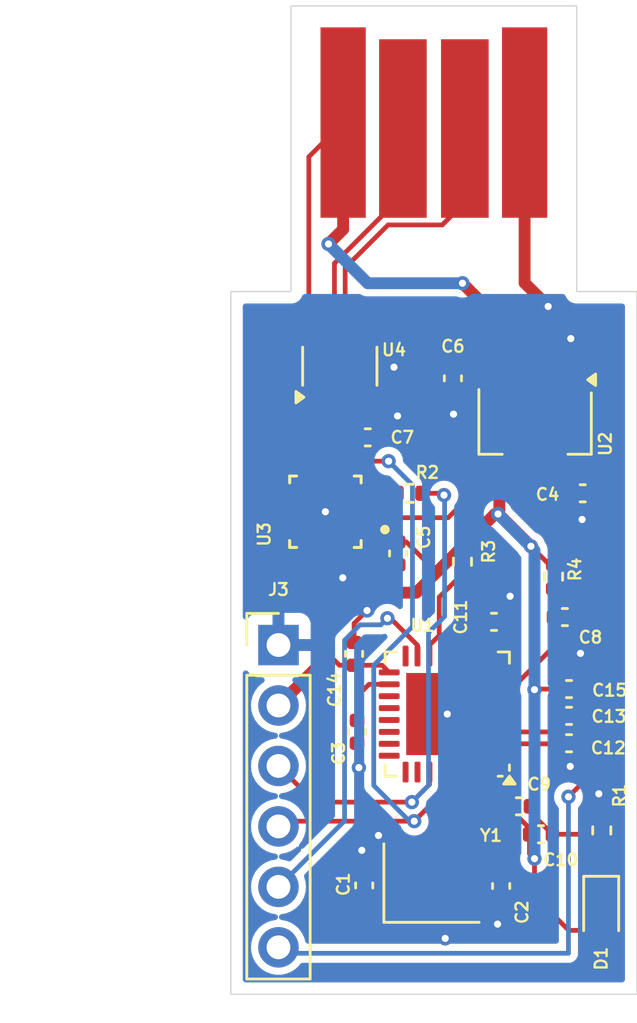
<source format=kicad_pcb>
(kicad_pcb (version 20240108) (generator "pcbnew") (generator_version "8.0")
  (layers (0 "F.Cu" signal) (31 "B.Cu" signal) (34 "B.Paste" user) (35 "F.Paste" user) (36 "B.SilkS" user "B.Silkscreen") (37 "F.SilkS" user "F.Silkscreen") (38 "B.Mask" user) (39 "F.Mask" user) (44 "Edge.Cuts" user))
  (net 0 "")
  (net 1 "GND")
  (net 2 "Net-(U1-XTAL_N)")
  (net 3 "Net-(U1-XTAL_P)")
  (net 4 "Net-(U1-VDD_SPI{slash}GPIO11)")
  (net 5 "VBUS")
  (net 6 "VDD3P3")
  (net 7 "Net-(U3-V3)")
  (net 8 "RESET")
  (net 9 "Net-(D1-K)")
  (net 10 "RXD")
  (net 11 "BOOT")
  (net 12 "TXD")
  (net 13 "Net-(U1-GPIO8)")
  (net 39 "/EMI_D+")
  (net 40 "/EMI_D-")
  (net 41 "/D+")
  (net 42 "/D-")
  (net 43 "TXD_uC")
  (footprint "Capacitor_SMD:C_0402_1005Metric" (layer "F.Cu") (at 108.325 66.975 -90)
    (property "Reference" "C2" (at 1.1 -0.875 90) (layer "F.SilkS") (effects (font (size 0.5 0.5) (thickness 0.1))))
    (property "Value" "20pF")
    (fp_line (start -0.107836 0.36) (end 0.107836 0.36) (stroke (width 0.12)) (layer "F.SilkS"))
    (fp_line (start -0.107836 -0.36) (end 0.107836 -0.36) (stroke (width 0.12)) (layer "F.SilkS"))
    (pad "1" smd roundrect (at -0.48 0 270) (size 0.56 0.62) (layers "F.Cu" "F.Paste" "F.Mask") (net 3 "Net-(U1-XTAL_P)"))
    (pad "2" smd roundrect (at 0.48 0 270) (size 0.56 0.62) (layers "F.Cu" "F.Paste" "F.Mask") (net 1 "GND"))
  )
  (footprint "Package_TO_SOT_SMD:SOT-89-3" (layer "F.Cu") (at 109.75 47.475 -90)
    (property "Reference" "U2" (at 0.925 -2.95 90) (layer "F.SilkS") (effects (font (size 0.5 0.5) (thickness 0.1))))
    (property "Value" "HT75xx-1-SOT89")
    (fp_line (start 1.36 2.36) (end -1.36 2.36) (stroke (width 0.12)) (layer "F.SilkS"))
    (fp_line (start 1.36 1.38) (end 1.36 2.36) (stroke (width 0.12)) (layer "F.SilkS"))
    (fp_line (start 1.36 -1.38) (end 1.36 -2.36) (stroke (width 0.12)) (layer "F.SilkS"))
    (fp_line (start -1.22 -2.36) (end 1.36 -2.36) (stroke (width 0.12)) (layer "F.SilkS"))
    (fp_poly (pts (xy -1.77 -2.21) (xy -2.01 -2.54) (xy -1.53 -2.54) (xy -1.77 -2.21)) (stroke (width 0.12)) (fill solid) (layer "F.SilkS"))
    (pad "1" smd roundrect (at -1.95 -1.5 270) (size 1.3 0.9) (layers "F.Cu" "F.Paste" "F.Mask") (net 1 "GND"))
    (pad "2" smd custom (at -1.8625 0 270) (size 1.475 0.9) (layers "F.Cu" "F.Paste" "F.Mask") (net 5 "VBUS") (options (clearance outline) (anchor rect)) (primitives (gr_poly (pts (xy 3.8625 0.8665) (xy 0.7375 0.8665) (xy 0.7375 -0.8665) (xy 3.8625 -0.8665)) (width 0) (fill yes))))
    (pad "3" smd roundrect (at -1.95 1.5 270) (size 1.3 0.9) (layers "F.Cu" "F.Paste" "F.Mask") (net 6 "VDD3P3"))
  )
  (footprint "Resistor_SMD:R_0402_1005Metric" (layer "F.Cu") (at 110.525 53.975 -90)
    (property "Reference" "R4" (at -0.3 -0.9 90) (layer "F.SilkS") (effects (font (size 0.5 0.5) (thickness 0.1))))
    (property "Value" "10k")
    (fp_line (start -0.153641 0.38) (end 0.153641 0.38) (stroke (width 0.12)) (layer "F.SilkS"))
    (fp_line (start -0.153641 -0.38) (end 0.153641 -0.38) (stroke (width 0.12)) (layer "F.SilkS"))
    (pad "1" smd roundrect (at -0.51 0 270) (size 0.54 0.64) (layers "F.Cu" "F.Paste" "F.Mask") (net 6 "VDD3P3"))
    (pad "2" smd roundrect (at 0.51 0 270) (size 0.54 0.64) (layers "F.Cu" "F.Paste" "F.Mask") (net 8 "RESET"))
  )
  (footprint "Connector_PinHeader_2.54mm:PinHeader_1x06_P2.54mm_Vertical" (layer "F.Cu") (at 98.975 56.85)
    (property "Reference" "J3" (at 0 -2.33 0) (layer "F.SilkS") (effects (font (size 0.5 0.5) (thickness 0.1))))
    (property "Value" "Conn_01x06_Socket")
    (fp_line (start -1.33 -1.33) (end 0 -1.33) (stroke (width 0.12)) (layer "F.SilkS"))
    (fp_line (start -1.33 0) (end -1.33 -1.33) (stroke (width 0.12)) (layer "F.SilkS"))
    (fp_line (start -1.33 1.27) (end -1.33 14.03) (stroke (width 0.12)) (layer "F.SilkS"))
    (fp_line (start -1.33 1.27) (end 1.33 1.27) (stroke (width 0.12)) (layer "F.SilkS"))
    (fp_line (start -1.33 14.03) (end 1.33 14.03) (stroke (width 0.12)) (layer "F.SilkS"))
    (fp_line (start 1.33 1.27) (end 1.33 14.03) (stroke (width 0.12)) (layer "F.SilkS"))
    (pad "1" thru_hole rect (at 0 0) (size 1.7 1.7) (drill 1) (layers "*.Cu" "*.Mask") (net 1 "GND"))
    (pad "2" thru_hole oval (at 0 2.54) (size 1.7 1.7) (drill 1) (layers "*.Cu" "*.Mask") (net 6 "VDD3P3"))
    (pad "3" thru_hole oval (at 0 5.08) (size 1.7 1.7) (drill 1) (layers "*.Cu" "*.Mask") (net 43 "TXD_uC"))
    (pad "4" thru_hole oval (at 0 7.62) (size 1.7 1.7) (drill 1) (layers "*.Cu" "*.Mask") (net 10 "RXD"))
    (pad "5" thru_hole oval (at 0 10.16) (size 1.7 1.7) (drill 1) (layers "*.Cu" "*.Mask") (net 11 "BOOT"))
    (pad "6" thru_hole oval (at 0 12.7) (size 1.7 1.7) (drill 1) (layers "*.Cu" "*.Mask") (net 8 "RESET"))
  )
  (footprint "Capacitor_SMD:C_0402_1005Metric" (layer "F.Cu") (at 111.175 58.7)
    (property "Reference" "C15" (at 1.7 0.05 0) (layer "F.SilkS") (effects (font (size 0.5 0.5) (thickness 0.1) (bold yes))))
    (property "Value" "10uF")
    (fp_line (start -0.107836 -0.36) (end 0.107836 -0.36) (stroke (width 0.12)) (layer "F.SilkS"))
    (fp_line (start -0.107836 0.36) (end 0.107836 0.36) (stroke (width 0.12)) (layer "F.SilkS"))
    (pad "1" smd roundrect (at -0.48 0) (size 0.56 0.62) (layers "F.Cu" "F.Paste" "F.Mask") (net 6 "VDD3P3"))
    (pad "2" smd roundrect (at 0.48 0) (size 0.56 0.62) (layers "F.Cu" "F.Paste" "F.Mask") (net 1 "GND"))
  )
  (footprint "Package_TO_SOT_SMD:SOT-23-6" (layer "F.Cu") (at 101.55 45.1375 90)
    (property "Reference" "U4" (at 0.6875 2.275 180) (layer "F.SilkS") (effects (font (size 0.5 0.5) (thickness 0.1))))
    (property "Value" "USBLC6-2SC6")
    (fp_line (start 0 -1.56) (end 0.8 -1.56) (stroke (width 0.12)) (layer "F.SilkS"))
    (fp_line (start 0 -1.56) (end -0.8 -1.56) (stroke (width 0.12)) (layer "F.SilkS"))
    (fp_line (start 0 1.56) (end 0.8 1.56) (stroke (width 0.12)) (layer "F.SilkS"))
    (fp_line (start 0 1.56) (end -0.8 1.56) (stroke (width 0.12)) (layer "F.SilkS"))
    (fp_poly (pts (xy -1.3 -1.51) (xy -1.54 -1.84) (xy -1.06 -1.84) (xy -1.3 -1.51)) (stroke (width 0.12)) (fill solid) (layer "F.SilkS"))
    (pad "1" smd roundrect (at -1.1375 -0.95 90) (size 1.325 0.6) (layers "F.Cu" "F.Paste" "F.Mask") (net 40 "/EMI_D-"))
    (pad "2" smd roundrect (at -1.1375 0 90) (size 1.325 0.6) (layers "F.Cu" "F.Paste" "F.Mask") (net 1 "GND"))
    (pad "3" smd roundrect (at -1.1375 0.95 90) (size 1.325 0.6) (layers "F.Cu" "F.Paste" "F.Mask") (net 39 "/EMI_D+"))
    (pad "4" smd roundrect (at 1.1375 0.95 90) (size 1.325 0.6) (layers "F.Cu" "F.Paste" "F.Mask") (net 41 "/D+"))
    (pad "5" smd roundrect (at 1.1375 0 90) (size 1.325 0.6) (layers "F.Cu" "F.Paste" "F.Mask") (net 5 "VBUS"))
    (pad "6" smd roundrect (at 1.1375 -0.95 90) (size 1.325 0.6) (layers "F.Cu" "F.Paste" "F.Mask") (net 42 "/D-"))
  )
  (footprint "Capacitor_SMD:C_0402_1005Metric" (layer "F.Cu") (at 111.75 50.475)
    (property "Reference" "C4" (at -1.475 0.05 0) (layer "F.SilkS") (effects (font (size 0.5 0.5) (thickness 0.1))))
    (property "Value" "22uF")
    (fp_line (start -0.107836 -0.36) (end 0.107836 -0.36) (stroke (width 0.12)) (layer "F.SilkS"))
    (fp_line (start -0.107836 0.36) (end 0.107836 0.36) (stroke (width 0.12)) (layer "F.SilkS"))
    (pad "1" smd roundrect (at -0.48 0) (size 0.56 0.62) (layers "F.Cu" "F.Paste" "F.Mask") (net 5 "VBUS"))
    (pad "2" smd roundrect (at 0.48 0) (size 0.56 0.62) (layers "F.Cu" "F.Paste" "F.Mask") (net 1 "GND"))
  )
  (footprint "Capacitor_SMD:C_0402_1005Metric" (layer "F.Cu") (at 102.15 57.22 90)
    (property "Reference" "C14" (at -1.505 -0.825 90) (layer "F.SilkS") (effects (font (size 0.5 0.5) (thickness 0.1))))
    (property "Value" "1uF")
    (fp_line (start -0.107836 -0.36) (end 0.107836 -0.36) (stroke (width 0.12)) (layer "F.SilkS"))
    (fp_line (start -0.107836 0.36) (end 0.107836 0.36) (stroke (width 0.12)) (layer "F.SilkS"))
    (pad "1" smd roundrect (at -0.48 0 90) (size 0.56 0.62) (layers "F.Cu" "F.Paste" "F.Mask") (net 6 "VDD3P3"))
    (pad "2" smd roundrect (at 0.48 0 90) (size 0.56 0.62) (layers "F.Cu" "F.Paste" "F.Mask") (net 1 "GND"))
  )
  (footprint "Capacitor_SMD:C_0402_1005Metric" (layer "F.Cu") (at 111 55.675)
    (property "Reference" "C8" (at 1.075 0.85 0) (layer "F.SilkS") (effects (font (size 0.5 0.5) (thickness 0.1))))
    (property "Value" "1uF")
    (fp_line (start -0.107836 -0.36) (end 0.107836 -0.36) (stroke (width 0.12)) (layer "F.SilkS"))
    (fp_line (start -0.107836 0.36) (end 0.107836 0.36) (stroke (width 0.12)) (layer "F.SilkS"))
    (pad "1" smd roundrect (at -0.48 0) (size 0.56 0.62) (layers "F.Cu" "F.Paste" "F.Mask") (net 8 "RESET"))
    (pad "2" smd roundrect (at 0.48 0) (size 0.56 0.62) (layers "F.Cu" "F.Paste" "F.Mask") (net 1 "GND"))
  )
  (footprint "Capacitor_SMD:C_0402_1005Metric" (layer "F.Cu") (at 104 53 -90)
    (property "Reference" "C5" (at -0.675 -1.075 90) (layer "F.SilkS") (effects (font (size 0.5 0.5) (thickness 0.1))))
    (property "Value" "1uF")
    (fp_line (start -0.107836 0.36) (end 0.107836 0.36) (stroke (width 0.12)) (layer "F.SilkS"))
    (fp_line (start -0.107836 -0.36) (end 0.107836 -0.36) (stroke (width 0.12)) (layer "F.SilkS"))
    (pad "1" smd roundrect (at -0.48 0 270) (size 0.56 0.62) (layers "F.Cu" "F.Paste" "F.Mask") (net 6 "VDD3P3"))
    (pad "2" smd roundrect (at 0.48 0 270) (size 0.56 0.62) (layers "F.Cu" "F.Paste" "F.Mask") (net 1 "GND"))
  )
  (footprint "Crystal:Crystal_SMD_3225-4Pin_3.2x2.5mm" (layer "F.Cu") (at 105.4 66.85)
    (property "Reference" "Y1" (at 2.5 -2 0) (layer "F.SilkS") (effects (font (size 0.5 0.5) (thickness 0.1))))
    (property "Value" "Crystal_GND24")
    (fp_line (start -2 -1.65) (end -2 1.65) (stroke (width 0.12)) (layer "F.SilkS"))
    (fp_line (start -2 1.65) (end 2 1.65) (stroke (width 0.12)) (layer "F.SilkS"))
    (pad "1" smd rect (at -1.1 0.85) (size 1.4 1.2) (layers "F.Cu" "F.Paste" "F.Mask") (net 2 "Net-(U1-XTAL_N)"))
    (pad "2" smd rect (at 1.1 0.85) (size 1.4 1.2) (layers "F.Cu" "F.Paste" "F.Mask") (net 1 "GND"))
    (pad "3" smd rect (at 1.1 -0.85) (size 1.4 1.2) (layers "F.Cu" "F.Paste" "F.Mask") (net 3 "Net-(U1-XTAL_P)"))
    (pad "4" smd rect (at -1.1 -0.85) (size 1.4 1.2) (layers "F.Cu" "F.Paste" "F.Mask") (net 1 "GND"))
  )
  (footprint "Capacitor_SMD:C_0402_1005Metric" (layer "F.Cu") (at 109.07 63.625)
    (property "Reference" "C9" (at 0.855 -0.925 0) (layer "F.SilkS") (effects (font (size 0.5 0.5) (thickness 0.1))))
    (property "Value" "10nF")
    (fp_line (start -0.107836 -0.36) (end 0.107836 -0.36) (stroke (width 0.12)) (layer "F.SilkS"))
    (fp_line (start -0.107836 0.36) (end 0.107836 0.36) (stroke (width 0.12)) (layer "F.SilkS"))
    (pad "1" smd roundrect (at -0.48 0) (size 0.56 0.62) (layers "F.Cu" "F.Paste" "F.Mask") (net 6 "VDD3P3"))
    (pad "2" smd roundrect (at 0.48 0) (size 0.56 0.62) (layers "F.Cu" "F.Paste" "F.Mask") (net 1 "GND"))
  )
  (footprint "Misc:CH343P" (layer "F.Cu") (at 100.945 51.25 180)
    (property "Reference" "U3" (at 2.57 -0.95 -90) (layer "F.SilkS") (effects (font (size 0.5 0.5) (thickness 0.1))))
    (property "Value" "CH343P")
    (fp_line (start 1.5 1.5) (end 1.5 1.21) (stroke (width 0.127)) (layer "F.SilkS"))
    (fp_line (start 1.5 1.5) (end 1.21 1.5) (stroke (width 0.127)) (layer "F.SilkS"))
    (fp_line (start 1.5 -1.5) (end 1.5 -1.21) (stroke (width 0.127)) (layer "F.SilkS"))
    (fp_line (start 1.5 -1.5) (end 1.21 -1.5) (stroke (width 0.127)) (layer "F.SilkS"))
    (fp_line (start -1.5 1.5) (end -1.21 1.5) (stroke (width 0.127)) (layer "F.SilkS"))
    (fp_line (start -1.5 1.5) (end -1.5 1.21) (stroke (width 0.127)) (layer "F.SilkS"))
    (fp_line (start -1.5 -1.5) (end -1.21 -1.5) (stroke (width 0.127)) (layer "F.SilkS"))
    (fp_line (start -1.5 -1.5) (end -1.5 -1.21) (stroke (width 0.127)) (layer "F.SilkS"))
    (fp_circle (center -2.5 -0.75) (end -2.4 -0.75) (stroke (width 0.2)) (fill none) (layer "F.SilkS"))
    (pad "1" smd roundrect (at -1.445 -0.75 180) (size 0.84 0.28) (layers "F.Cu" "F.Paste" "F.Mask") (roundrect_rratio 0.125) (net 6 "VDD3P3") (clearance 0.07))
    (pad "2" smd roundrect (at -1.445 -0.25 180) (size 0.84 0.28) (layers "F.Cu" "F.Paste" "F.Mask") (roundrect_rratio 0.125) (net 1 "GND") (clearance 0.07))
    (pad "3" smd roundrect (at -1.445 0.25 180) (size 0.84 0.28) (layers "F.Cu" "F.Paste" "F.Mask") (roundrect_rratio 0.125) (net 5 "VBUS") (clearance 0.07))
    (pad "4" smd roundrect (at -1.445 0.75 180) (size 0.84 0.28) (layers "F.Cu" "F.Paste" "F.Mask") (roundrect_rratio 0.125) (net 12 "TXD") (clearance 0.07))
    (pad "5" smd roundrect (at -0.75 1.445 180) (size 0.28 0.84) (layers "F.Cu" "F.Paste" "F.Mask") (roundrect_rratio 0.125) (net 10 "RXD") (clearance 0.07))
    (pad "6" smd roundrect (at -0.25 1.445 180) (size 0.28 0.84) (layers "F.Cu" "F.Paste" "F.Mask") (roundrect_rratio 0.125) (net 7 "Net-(U3-V3)") (clearance 0.07))
    (pad "7" smd roundrect (at 0.25 1.445 180) (size 0.28 0.84) (layers "F.Cu" "F.Paste" "F.Mask") (roundrect_rratio 0.125) (net 39 "/EMI_D+") (clearance 0.07))
    (pad "8" smd roundrect (at 0.75 1.445 180) (size 0.28 0.84) (layers "F.Cu" "F.Paste" "F.Mask") (roundrect_rratio 0.125) (net 40 "/EMI_D-") (clearance 0.07))
    (pad "9" smd roundrect (at 1.445 0.75 180) (size 0.84 0.28) (layers "F.Cu" "F.Paste" "F.Mask") (roundrect_rratio 0.125) (net 5 "VBUS") (clearance 0.07))
    (pad "10" smd roundrect (at 1.445 0.25 180) (size 0.84 0.28) (layers "F.Cu" "F.Paste" "F.Mask") (roundrect_rratio 0.125) (clearance 0.07))
    (pad "11" smd roundrect (at 1.445 -0.25 180) (size 0.84 0.28) (layers "F.Cu" "F.Paste" "F.Mask") (roundrect_rratio 0.125) (clearance 0.07))
    (pad "12" smd roundrect (at 1.445 -0.75 180) (size 0.84 0.28) (layers "F.Cu" "F.Paste" "F.Mask") (roundrect_rratio 0.125) (clearance 0.07))
    (pad "13" smd roundrect (at 0.75 -1.445 180) (size 0.28 0.84) (layers "F.Cu" "F.Paste" "F.Mask") (roundrect_rratio 0.125) (clearance 0.07))
    (pad "14" smd roundrect (at 0.25 -1.445 180) (size 0.28 0.84) (layers "F.Cu" "F.Paste" "F.Mask") (roundrect_rratio 0.125) (clearance 0.07))
    (pad "15" smd roundrect (at -0.25 -1.445 180) (size 0.28 0.84) (layers "F.Cu" "F.Paste" "F.Mask") (roundrect_rratio 0.125) (clearance 0.07))
    (pad "16" smd roundrect (at -0.75 -1.445 180) (size 0.28 0.84) (layers "F.Cu" "F.Paste" "F.Mask") (roundrect_rratio 0.125) (clearance 0.07))
    (pad "17" smd rect (at 0 0 180) (size 1.7 1.7) (layers "F.Cu" "F.Mask") (net 1 "GND") (clearance 0.07))
  )
  (footprint "Capacitor_SMD:C_0402_1005Metric" (layer "F.Cu") (at 102.575 66.95 90)
    (property "Reference" "C1" (at 0.05 -0.875 90) (layer "F.SilkS") (effects (font (size 0.5 0.5) (thickness 0.1))))
    (property "Value" "20pF")
    (fp_line (start -0.107836 -0.36) (end 0.107836 -0.36) (stroke (width 0.12)) (layer "F.SilkS"))
    (fp_line (start -0.107836 0.36) (end 0.107836 0.36) (stroke (width 0.12)) (layer "F.SilkS"))
    (pad "1" smd roundrect (at -0.48 0 90) (size 0.56 0.62) (layers "F.Cu" "F.Paste" "F.Mask") (net 2 "Net-(U1-XTAL_N)"))
    (pad "2" smd roundrect (at 0.48 0 90) (size 0.56 0.62) (layers "F.Cu" "F.Paste" "F.Mask") (net 1 "GND"))
  )
  (footprint "Capacitor_SMD:C_0402_1005Metric" (layer "F.Cu") (at 109.995 64.8)
    (property "Reference" "C10" (at 0.83 1.075 0) (layer "F.SilkS") (effects (font (size 0.5 0.5) (thickness 0.1))))
    (property "Value" "1uF")
    (fp_line (start -0.107836 -0.36) (end 0.107836 -0.36) (stroke (width 0.12)) (layer "F.SilkS"))
    (fp_line (start -0.107836 0.36) (end 0.107836 0.36) (stroke (width 0.12)) (layer "F.SilkS"))
    (pad "1" smd roundrect (at -0.48 0) (size 0.56 0.62) (layers "F.Cu" "F.Paste" "F.Mask") (net 6 "VDD3P3"))
    (pad "2" smd roundrect (at 0.48 0) (size 0.56 0.62) (layers "F.Cu" "F.Paste" "F.Mask") (net 1 "GND"))
  )
  (footprint "Capacitor_SMD:C_0402_1005Metric" (layer "F.Cu") (at 102.275 60.495 -90)
    (property "Reference" "C3" (at 0.905 0.775 90) (layer "F.SilkS") (effects (font (size 0.5 0.5) (thickness 0.1))))
    (property "Value" "1uF")
    (fp_line (start -0.107836 0.36) (end 0.107836 0.36) (stroke (width 0.12)) (layer "F.SilkS"))
    (fp_line (start -0.107836 -0.36) (end 0.107836 -0.36) (stroke (width 0.12)) (layer "F.SilkS"))
    (pad "1" smd roundrect (at -0.48 0 270) (size 0.56 0.62) (layers "F.Cu" "F.Paste" "F.Mask") (net 4 "Net-(U1-VDD_SPI{slash}GPIO11)"))
    (pad "2" smd roundrect (at 0.48 0 270) (size 0.56 0.62) (layers "F.Cu" "F.Paste" "F.Mask") (net 1 "GND"))
  )
  (footprint "Capacitor_SMD:C_0402_1005Metric" (layer "F.Cu") (at 108.025 55.875)
    (property "Reference" "C11" (at -1.4 -0.2 90) (layer "F.SilkS") (effects (font (size 0.5 0.5) (thickness 0.1))))
    (property "Value" "100nF")
    (fp_line (start -0.107836 -0.36) (end 0.107836 -0.36) (stroke (width 0.12)) (layer "F.SilkS"))
    (fp_line (start -0.107836 0.36) (end 0.107836 0.36) (stroke (width 0.12)) (layer "F.SilkS"))
    (pad "1" smd roundrect (at -0.48 0) (size 0.56 0.62) (layers "F.Cu" "F.Paste" "F.Mask") (net 6 "VDD3P3"))
    (pad "2" smd roundrect (at 0.48 0) (size 0.56 0.62) (layers "F.Cu" "F.Paste" "F.Mask") (net 1 "GND"))
  )
  (footprint "Resistor_SMD:R_0402_1005Metric" (layer "F.Cu") (at 112.55 64.64 -90)
    (property "Reference" "R1" (at -1.465 -0.75 90) (layer "F.SilkS") (effects (font (size 0.5 0.5) (thickness 0.1))))
    (property "Value" "100")
    (fp_line (start -0.153641 0.38) (end 0.153641 0.38) (stroke (width 0.12)) (layer "F.SilkS"))
    (fp_line (start -0.153641 -0.38) (end 0.153641 -0.38) (stroke (width 0.12)) (layer "F.SilkS"))
    (pad "1" smd roundrect (at -0.51 0 270) (size 0.54 0.64) (layers "F.Cu" "F.Paste" "F.Mask") (net 1 "GND"))
    (pad "2" smd roundrect (at 0.51 0 270) (size 0.54 0.64) (layers "F.Cu" "F.Paste" "F.Mask") (net 9 "Net-(D1-K)"))
  )
  (footprint "Resistor_SMD:R_0402_1005Metric" (layer "F.Cu") (at 104.475 50.475)
    (property "Reference" "R2" (at 0.75 -0.875 360) (layer "F.SilkS") (effects (font (size 0.5 0.5) (thickness 0.1))))
    (property "Value" "499")
    (fp_line (start -0.153641 -0.38) (end 0.153641 -0.38) (stroke (width 0.12)) (layer "F.SilkS"))
    (fp_line (start -0.153641 0.38) (end 0.153641 0.38) (stroke (width 0.12)) (layer "F.SilkS"))
    (pad "1" smd roundrect (at -0.51 0) (size 0.54 0.64) (layers "F.Cu" "F.Paste" "F.Mask") (net 12 "TXD"))
    (pad "2" smd roundrect (at 0.51 0) (size 0.54 0.64) (layers "F.Cu" "F.Paste" "F.Mask") (net 43 "TXD_uC"))
  )
  (footprint "Capacitor_SMD:C_0402_1005Metric" (layer "F.Cu") (at 102.725 48.125)
    (property "Reference" "C7" (at 1.45 0 0) (layer "F.SilkS") (effects (font (size 0.5 0.5) (thickness 0.1))))
    (property "Value" "100nF")
    (fp_line (start -0.107836 -0.36) (end 0.107836 -0.36) (stroke (width 0.12)) (layer "F.SilkS"))
    (fp_line (start -0.107836 0.36) (end 0.107836 0.36) (stroke (width 0.12)) (layer "F.SilkS"))
    (pad "1" smd roundrect (at -0.48 0) (size 0.56 0.62) (layers "F.Cu" "F.Paste" "F.Mask") (net 7 "Net-(U3-V3)"))
    (pad "2" smd roundrect (at 0.48 0) (size 0.56 0.62) (layers "F.Cu" "F.Paste" "F.Mask") (net 1 "GND"))
  )
  (footprint "Capacitor_SMD:C_0402_1005Metric" (layer "F.Cu") (at 111.175 59.825)
    (property "Reference" "C13" (at 1.675 0.025 0) (layer "F.SilkS") (effects (font (size 0.5 0.5) (thickness 0.1))))
    (property "Value" "100nF")
    (fp_line (start -0.107836 -0.36) (end 0.107836 -0.36) (stroke (width 0.12)) (layer "F.SilkS"))
    (fp_line (start -0.107836 0.36) (end 0.107836 0.36) (stroke (width 0.12)) (layer "F.SilkS"))
    (pad "1" smd roundrect (at -0.48 0) (size 0.56 0.62) (layers "F.Cu" "F.Paste" "F.Mask") (net 6 "VDD3P3"))
    (pad "2" smd roundrect (at 0.48 0) (size 0.56 0.62) (layers "F.Cu" "F.Paste" "F.Mask") (net 1 "GND"))
  )
  (footprint "Capacitor_SMD:C_0402_1005Metric" (layer "F.Cu") (at 111.175 60.975)
    (property "Reference" "C12" (at 1.65 0.2 0) (layer "F.SilkS") (effects (font (size 0.5 0.5) (thickness 0.1))))
    (property "Value" "1uF")
    (fp_line (start -0.107836 -0.36) (end 0.107836 -0.36) (stroke (width 0.12)) (layer "F.SilkS"))
    (fp_line (start -0.107836 0.36) (end 0.107836 0.36) (stroke (width 0.12)) (layer "F.SilkS"))
    (pad "1" smd roundrect (at -0.48 0) (size 0.56 0.62) (layers "F.Cu" "F.Paste" "F.Mask") (net 6 "VDD3P3"))
    (pad "2" smd roundrect (at 0.48 0) (size 0.56 0.62) (layers "F.Cu" "F.Paste" "F.Mask") (net 1 "GND"))
  )
  (footprint "Resistor_SMD:R_0402_1005Metric" (layer "F.Cu") (at 106.7 53.35 -90)
    (property "Reference" "R3" (at -0.425 -1.1 90) (layer "F.SilkS") (effects (font (size 0.5 0.5) (thickness 0.1))))
    (property "Value" "10k")
    (fp_line (start -0.153641 0.38) (end 0.153641 0.38) (stroke (width 0.12)) (layer "F.SilkS"))
    (fp_line (start -0.153641 -0.38) (end 0.153641 -0.38) (stroke (width 0.12)) (layer "F.SilkS"))
    (pad "1" smd roundrect (at -0.51 0 270) (size 0.54 0.64) (layers "F.Cu" "F.Paste" "F.Mask") (net 6 "VDD3P3"))
    (pad "2" smd roundrect (at 0.51 0 270) (size 0.54 0.64) (layers "F.Cu" "F.Paste" "F.Mask") (net 13 "Net-(U1-GPIO8)"))
  )
  (footprint "Capacitor_SMD:C_0402_1005Metric" (layer "F.Cu") (at 106.3 45.645 -90)
    (property "Reference" "C6" (at -1.345 0 180) (layer "F.SilkS") (effects (font (size 0.5 0.5) (thickness 0.1))))
    (property "Value" "22uF")
    (fp_line (start -0.107836 0.36) (end 0.107836 0.36) (stroke (width 0.12)) (layer "F.SilkS"))
    (fp_line (start -0.107836 -0.36) (end 0.107836 -0.36) (stroke (width 0.12)) (layer "F.SilkS"))
    (pad "1" smd roundrect (at -0.48 0 270) (size 0.56 0.62) (layers "F.Cu" "F.Paste" "F.Mask") (net 6 "VDD3P3"))
    (pad "2" smd roundrect (at 0.48 0 270) (size 0.56 0.62) (layers "F.Cu" "F.Paste" "F.Mask") (net 1 "GND"))
  )
  (footprint "Package_DFN_QFN:QFN-32-1EP_5x5mm_P0.5mm_EP3.45x3.45mm" (layer "F.Cu") (at 106.0625 59.75 180)
    (property "Reference" "U1" (at 1.0375 3.725 0) (layer "F.SilkS") (effects (font (size 0.5 0.5) (thickness 0.1))))
    (property "Value" "ESP32-C3")
    (fp_line (start 2.61 2.61) (end 2.61 2.135) (stroke (width 0.12)) (layer "F.SilkS"))
    (fp_line (start 2.61 -2.61) (end 2.61 -2.135) (stroke (width 0.12)) (layer "F.SilkS"))
    (fp_line (start 2.135 2.61) (end 2.61 2.61) (stroke (width 0.12)) (layer "F.SilkS"))
    (fp_line (start 2.135 -2.61) (end 2.61 -2.61) (stroke (width 0.12)) (layer "F.SilkS"))
    (fp_line (start -2.135 2.61) (end -2.61 2.61) (stroke (width 0.12)) (layer "F.SilkS"))
    (fp_line (start -2.135 -2.61) (end -2.31 -2.61) (stroke (width 0.12)) (layer "F.SilkS"))
    (fp_line (start -2.61 2.61) (end -2.61 2.135) (stroke (width 0.12)) (layer "F.SilkS"))
    (fp_line (start -2.61 -2.135) (end -2.61 -2.37) (stroke (width 0.12)) (layer "F.SilkS"))
    (fp_poly (pts (xy -2.61 -2.61) (xy -2.85 -2.94) (xy -2.37 -2.94) (xy -2.61 -2.61)) (stroke (width 0.12)) (fill solid) (layer "F.SilkS"))
    (pad "1" smd roundrect (at -2.4375 -1.75 180) (size 0.875 0.25) (layers "F.Cu" "F.Paste" "F.Mask"))
    (pad "2" smd roundrect (at -2.4375 -1.25 180) (size 0.875 0.25) (layers "F.Cu" "F.Paste" "F.Mask") (net 6 "VDD3P3"))
    (pad "3" smd roundrect (at -2.4375 -0.75 180) (size 0.875 0.25) (layers "F.Cu" "F.Paste" "F.Mask") (net 6 "VDD3P3"))
    (pad "4" smd roundrect (at -2.4375 -0.25 180) (size 0.875 0.25) (layers "F.Cu" "F.Paste" "F.Mask"))
    (pad "5" smd roundrect (at -2.4375 0.25 180) (size 0.875 0.25) (layers "F.Cu" "F.Paste" "F.Mask"))
    (pad "6" smd roundrect (at -2.4375 0.75 180) (size 0.875 0.25) (layers "F.Cu" "F.Paste" "F.Mask"))
    (pad "7" smd roundrect (at -2.4375 1.25 180) (size 0.875 0.25) (layers "F.Cu" "F.Paste" "F.Mask") (net 8 "RESET"))
    (pad "8" smd roundrect (at -2.4375 1.75 180) (size 0.875 0.25) (layers "F.Cu" "F.Paste" "F.Mask"))
    (pad "9" smd roundrect (at -1.75 2.4375 180) (size 0.25 0.875) (layers "F.Cu" "F.Paste" "F.Mask"))
    (pad "10" smd roundrect (at -1.25 2.4375 180) (size 0.25 0.875) (layers "F.Cu" "F.Paste" "F.Mask"))
    (pad "11" smd roundrect (at -0.75 2.4375 180) (size 0.25 0.875) (layers "F.Cu" "F.Paste" "F.Mask") (net 6 "VDD3P3"))
    (pad "12" smd roundrect (at -0.25 2.4375 180) (size 0.25 0.875) (layers "F.Cu" "F.Paste" "F.Mask"))
    (pad "13" smd roundrect (at 0.25 2.4375 180) (size 0.25 0.875) (layers "F.Cu" "F.Paste" "F.Mask"))
    (pad "14" smd roundrect (at 0.75 2.4375 180) (size 0.25 0.875) (layers "F.Cu" "F.Paste" "F.Mask") (net 13 "Net-(U1-GPIO8)"))
    (pad "15" smd roundrect (at 1.25 2.4375 180) (size 0.25 0.875) (layers "F.Cu" "F.Paste" "F.Mask") (net 11 "BOOT"))
    (pad "16" smd roundrect (at 1.75 2.4375 180) (size 0.25 0.875) (layers "F.Cu" "F.Paste" "F.Mask"))
    (pad "17" smd roundrect (at 2.4375 1.75 180) (size 0.875 0.25) (layers "F.Cu" "F.Paste" "F.Mask") (net 6 "VDD3P3"))
    (pad "18" smd roundrect (at 2.4375 1.25 180) (size 0.875 0.25) (layers "F.Cu" "F.Paste" "F.Mask") (net 4 "Net-(U1-VDD_SPI{slash}GPIO11)"))
    (pad "19" smd roundrect (at 2.4375 0.75 180) (size 0.875 0.25) (layers "F.Cu" "F.Paste" "F.Mask"))
    (pad "20" smd roundrect (at 2.4375 0.25 180) (size 0.875 0.25) (layers "F.Cu" "F.Paste" "F.Mask"))
    (pad "21" smd roundrect (at 2.4375 -0.25 180) (size 0.875 0.25) (layers "F.Cu" "F.Paste" "F.Mask"))
    (pad "22" smd roundrect (at 2.4375 -0.75 180) (size 0.875 0.25) (layers "F.Cu" "F.Paste" "F.Mask"))
    (pad "23" smd roundrect (at 2.4375 -1.25 180) (size 0.875 0.25) (layers "F.Cu" "F.Paste" "F.Mask"))
    (pad "24" smd roundrect (at 2.4375 -1.75 180) (size 0.875 0.25) (layers "F.Cu" "F.Paste" "F.Mask"))
    (pad "25" smd roundrect (at 1.75 -2.4375 180) (size 0.25 0.875) (layers "F.Cu" "F.Paste" "F.Mask"))
    (pad "26" smd roundrect (at 1.25 -2.4375 180) (size 0.25 0.875) (layers "F.Cu" "F.Paste" "F.Mask"))
    (pad "27" smd roundrect (at 0.75 -2.4375 180) (size 0.25 0.875) (layers "F.Cu" "F.Paste" "F.Mask") (net 43 "TXD_uC"))
    (pad "28" smd roundrect (at 0.25 -2.4375 180) (size 0.25 0.875) (layers "F.Cu" "F.Paste" "F.Mask") (net 10 "RXD"))
    (pad "29" smd roundrect (at -0.25 -2.4375 180) (size 0.25 0.875) (layers "F.Cu" "F.Paste" "F.Mask") (net 2 "Net-(U1-XTAL_N)"))
    (pad "30" smd roundrect (at -0.75 -2.4375 180) (size 0.25 0.875) (layers "F.Cu" "F.Paste" "F.Mask") (net 3 "Net-(U1-XTAL_P)"))
    (pad "31" smd roundrect (at -1.25 -2.4375 180) (size 0.25 0.875) (layers "F.Cu" "F.Paste" "F.Mask") (net 6 "VDD3P3"))
    (pad "32" smd roundrect (at -1.75 -2.4375 180) (size 0.25 0.875) (layers "F.Cu" "F.Paste" "F.Mask") (net 6 "VDD3P3"))
    (pad "33" smd rect (at 0 0 180) (size 3.45 3.45) (property pad_prop_heatsink) (layers "F.Cu" "F.Mask") (net 1 "GND"))
  )
  (footprint "LED_SMD:LED_0603_1608Metric" (layer "F.Cu") (at 112.525 68.05 -90)
    (property "Reference" "D1" (at 1.975 0 90) (layer "F.SilkS") (effects (font (size 0.5 0.5) (thickness 0.1))))
    (property "Value" "KT-0603R")
    (fp_line (start -1.485 0.735) (end 0.8 0.735) (stroke (width 0.12)) (layer "F.SilkS"))
    (fp_line (start -1.485 -0.735) (end -1.485 0.735) (stroke (width 0.12)) (layer "F.SilkS"))
    (fp_line (start 0.8 -0.735) (end -1.485 -0.735) (stroke (width 0.12)) (layer "F.SilkS"))
    (pad "1" smd roundrect (at -0.7875 0 270) (size 0.875 0.95) (layers "F.Cu" "F.Paste" "F.Mask") (net 9 "Net-(D1-K)"))
    (pad "2" smd roundrect (at 0.7875 0 270) (size 0.875 0.95) (layers "F.Cu" "F.Paste" "F.Mask") (net 6 "VDD3P3"))
  )
  (footprint "Custom:usb-PCB" (layer "F.Cu") (at 105.5 30 180)
    (property "Reference" "X1" (hide yes))
    (property "Value" "~" (hide yes))
    (pad "1" connect rect (at 3.81 -4.9 180) (size 1.9 8) (layers "F.Cu" "F.Mask") (net 5 "VBUS"))
    (pad "2" connect rect (at 1.3 -5.15 180) (size 2 7.5) (layers "F.Cu" "F.Mask") (net 42 "/D-"))
    (pad "3" connect rect (at -1.3 -5.15 180) (size 2 7.5) (layers "F.Cu" "F.Mask") (net 41 "/D+"))
    (pad "4" connect rect (at -3.81 -4.9 180) (size 1.9 8) (layers "F.Cu" "F.Mask") (net 1 "GND"))
  )
  (gr_poly (pts (xy 111.5 42) (xy 114.025 42) (xy 114.025 71.525) (xy 96.975 71.525) (xy 96.975 42) (xy 99.5 42) (xy 99.5 30) (xy 111.5 30)) (stroke (width 0.05)) (fill none) (layer "Edge.Cuts"))
  (segment (start 103.205 48.125) (end 103.205 47.995) (width 0.2) (layer "F.Cu") (net 1))
  (segment (start 111.655 57.2) (end 111.655 58.7) (width 0.2) (layer "F.Cu") (net 1))
  (segment (start 106.3 47.125) (end 106.325 47.15) (width 0.2) (layer "F.Cu") (net 1))
  (segment (start 110.3 42.625) (end 111.25 43.575) (width 0.5) (layer "F.Cu") (net 1))
  (segment (start 104 53.48) (end 102.22 53.48) (width 0.2) (layer "F.Cu") (net 1))
  (segment (start 101.55 46.275) (end 101.55 45.612501) (width 0.2) (layer "F.Cu") (net 1))
  (segment (start 111.655 60.975) (end 111.655 61.52) (width 0.2) (layer "F.Cu") (net 1))
  (segment (start 104.3 65.975) (end 104.3 66) (width 0.2) (layer "F.Cu") (net 1))
  (segment (start 102.275 60.975) (end 102.275 61.925) (width 0.2) (layer "F.Cu") (net 1))
  (segment (start 103.205 47.995) (end 103.975 47.225) (width 0.2) (layer "F.Cu") (net 1))
  (segment (start 108.325 67.455) (end 108.325 68.425) (width 0.2) (layer "F.Cu") (net 1))
  (segment (start 106.5 67.7) (end 106.5 68.65) (width 0.2) (layer "F.Cu") (net 1))
  (segment (start 111.48 57.025) (end 111.48 55.675) (width 0.2) (layer "F.Cu") (net 1))
  (segment (start 109.31 41.635) (end 110.3 42.625) (width 0.5) (layer "F.Cu") (net 1))
  (segment (start 104.3 66) (end 103.045 66) (width 0.2) (layer "F.Cu") (net 1))
  (segment (start 103.175 64.85) (end 104.3 65.975) (width 0.2) (layer "F.Cu") (net 1))
  (segment (start 101.987501 45.175) (end 103.825 45.175) (width 0.2) (layer "F.Cu") (net 1))
  (segment (start 112.55 63.225) (end 112.425 63.1) (width 0.2) (layer "F.Cu") (net 1))
  (segment (start 110.475 64.8) (end 111.88 64.8) (width 0.2) (layer "F.Cu") (net 1))
  (segment (start 102.22 53.48) (end 101.675 54.025) (width 0.2) (layer "F.Cu") (net 1))
  (segment (start 111.655 58.7) (end 111.655 60.975) (width 0.2) (layer "F.Cu") (net 1))
  (segment (start 102.275 61.925) (end 102.35 62) (width 0.2) (layer "F.Cu") (net 1))
  (segment (start 102.575 65.575) (end 102.475 65.475) (width 0.2) (layer "F.Cu") (net 1))
  (segment (start 111.25 43.575) (end 111.25 43.975) (width 0.5) (layer "F.Cu") (net 1))
  (segment (start 102.39 51.5) (end 101.195 51.5) (width 0.2) (layer "F.Cu") (net 1))
  (segment (start 108.325 68.425) (end 108.175 68.575) (width 0.2) (layer "F.Cu") (net 1))
  (segment (start 101.55 45.612501) (end 101.987501 45.175) (width 0.2) (layer "F.Cu") (net 1))
  (segment (start 111.25 43.975) (end 111.25 45.525) (width 0.5) (layer "F.Cu") (net 1))
  (segment (start 106.3 46.125) (end 106.3 47.125) (width 0.2) (layer "F.Cu") (net 1))
  (segment (start 109.55 63.625) (end 109.55 63.875) (width 0.2) (layer "F.Cu") (net 1))
  (segment (start 102.15 56.74) (end 102.15 55.942831) (width 0.2) (layer "F.Cu") (net 1))
  (segment (start 103.045 66) (end 102.575 66.47) (width 0.2) (layer "F.Cu") (net 1))
  (segment (start 112.23 50.475) (end 112.23 51.07) (width 0.2) (layer "F.Cu") (net 1))
  (segment (start 111.655 61.52) (end 111.225 61.95) (width 0.2) (layer "F.Cu") (net 1))
  (segment (start 111.655 57.2) (end 111.48 57.025) (width 0.2) (layer "F.Cu") (net 1))
  (segment (start 106.5 67.7) (end 108.08 67.7) (width 0.2) (layer "F.Cu") (net 1))
  (segment (start 112.55 64.13) (end 112.55 63.225) (width 0.2) (layer "F.Cu") (net 1))
  (segment (start 108.505 55.875) (end 108.505 54.995) (width 0.2) (layer "F.Cu") (net 1))
  (segment (start 108.505 54.995) (end 108.7 54.8) (width 0.2) (layer "F.Cu") (net 1))
  (segment (start 101.195 51.5) (end 100.945 51.25) (width 0.2) (layer "F.Cu") (net 1))
  (segment (start 109.55 63.875) (end 110.475 64.8) (width 0.2) (layer "F.Cu") (net 1))
  (segment (start 102.575 66.47) (end 102.575 65.575) (width 0.2) (layer "F.Cu") (net 1))
  (segment (start 102.15 55.942831) (end 102.692831 55.4) (width 0.2) (layer "F.Cu") (net 1))
  (segment (start 109.31 34.9) (end 109.31 41.635) (width 0.5) (layer "F.Cu") (net 1))
  (segment (start 112.23 51.07) (end 111.725 51.575) (width 0.2) (layer "F.Cu") (net 1))
  (segment (start 111.88 64.8) (end 112.55 64.13) (width 0.2) (layer "F.Cu") (net 1))
  (segment (start 106.5 68.65) (end 105.975 69.175) (width 0.2) (layer "F.Cu") (net 1))
  (segment (start 108.08 67.7) (end 108.325 67.455) (width 0.2) (layer "F.Cu") (net 1))
  (via (at 102.692831 55.4) (size 0.6) (drill 0.3) (layers "F.Cu" "B.Cu") (net 1))
  (via (at 105.975 69.175) (size 0.6) (drill 0.3) (layers "F.Cu" "B.Cu") (net 1))
  (via (at 108.7 54.8) (size 0.6) (drill 0.3) (layers "F.Cu" "B.Cu") (net 1))
  (via (at 112.425 63.1) (size 0.6) (drill 0.3) (layers "F.Cu" "B.Cu") (net 1))
  (via (at 102.35 62) (size 0.6) (drill 0.3) (layers "F.Cu" "B.Cu") (net 1))
  (via (at 111.25 43.975) (size 0.6) (drill 0.3) (layers "F.Cu" "B.Cu") (net 1))
  (via (at 106.325 47.15) (size 0.6) (drill 0.3) (layers "F.Cu" "B.Cu") (net 1))
  (via (at 103.175 64.85) (size 0.6) (drill 0.3) (layers "F.Cu" "B.Cu") (net 1))
  (via (at 110.3 42.625) (size 0.6) (drill 0.3) (layers "F.Cu" "B.Cu") (net 1))
  (via (at 103.825 45.175) (size 0.6) (drill 0.3) (layers "F.Cu" "B.Cu") (net 1))
  (via (at 100.945 51.25) (size 0.6) (drill 0.3) (layers "F.Cu" "B.Cu") (net 1))
  (via (at 103.975 47.225) (size 0.6) (drill 0.3) (layers "F.Cu" "B.Cu") (net 1))
  (via (at 111.225 61.95) (size 0.6) (drill 0.3) (layers "F.Cu" "B.Cu") (net 1))
  (via (at 101.675 54.025) (size 0.6) (drill 0.3) (layers "F.Cu" "B.Cu") (net 1))
  (via (at 111.655 57.2) (size 0.6) (drill 0.3) (layers "F.Cu" "B.Cu") (net 1))
  (via (at 108.175 68.575) (size 0.6) (drill 0.3) (layers "F.Cu" "B.Cu") (net 1))
  (via (at 102.475 65.475) (size 0.6) (drill 0.3) (layers "F.Cu" "B.Cu") (net 1))
  (via (at 106.0625 59.75) (size 0.6) (drill 0.3) (layers "F.Cu" "B.Cu") (net 1))
  (via (at 111.725 51.575) (size 0.6) (drill 0.3) (layers "F.Cu" "B.Cu") (net 1))
  (segment (start 104.3 67.7) (end 104.5 67.7) (width 0.2) (layer "F.Cu") (net 2))
  (segment (start 104.5 67.7) (end 105.5 66.7) (width 0.2) (layer "F.Cu") (net 2))
  (segment (start 106.3125 63.6625) (end 106.3125 62.1875) (width 0.2) (layer "F.Cu") (net 2))
  (segment (start 102.575 67.43) (end 104.03 67.43) (width 0.2) (layer "F.Cu") (net 2))
  (segment (start 105.5 64.475) (end 106.3125 63.6625) (width 0.2) (layer "F.Cu") (net 2))
  (segment (start 105.5 66.7) (end 105.5 64.475) (width 0.2) (layer "F.Cu") (net 2))
  (segment (start 104.03 67.43) (end 104.3 67.7) (width 0.2) (layer "F.Cu") (net 2))
  (segment (start 106.8125 65.6875) (end 106.8125 62.1875) (width 0.2) (layer "F.Cu") (net 3))
  (segment (start 106.5 66) (end 107.83 66) (width 0.2) (layer "F.Cu") (net 3))
  (segment (start 107.83 66) (end 108.325 66.495) (width 0.2) (layer "F.Cu") (net 3))
  (segment (start 106.5 66) (end 106.8125 65.6875) (width 0.2) (layer "F.Cu") (net 3))
  (segment (start 103.625 58.5) (end 102.775 58.5) (width 0.2) (layer "F.Cu") (net 4))
  (segment (start 102.275 59) (end 102.275 60.015) (width 0.2) (layer "F.Cu") (net 4))
  (segment (start 102.775 58.5) (end 102.275 59) (width 0.2) (layer "F.Cu") (net 4))
  (segment (start 102.975 51) (end 103.475 51.5) (width 0.2) (layer "F.Cu") (net 5))
  (segment (start 111.27 50.475) (end 111.27 47.1325) (width 0.2) (layer "F.Cu") (net 5))
  (segment (start 103.475 51.5) (end 106.1 51.5) (width 0.2) (layer "F.Cu") (net 5))
  (segment (start 101.69 39.385) (end 101.075 40) (width 0.5) (layer "F.Cu") (net 5))
  (segment (start 109.75 44.7) (end 109.75 45.6125) (width 0.5) (layer "F.Cu") (net 5))
  (segment (start 99.125 44.525) (end 99.125 43.475) (width 0.2) (layer "F.Cu") (net 5))
  (segment (start 111.27 47.1325) (end 109.75 45.6125) (width 0.2) (layer "F.Cu") (net 5))
  (segment (start 106.7 41.65) (end 107.5625 42.5125) (width 0.5) (layer "F.Cu") (net 5))
  (segment (start 106.65 50.95) (end 106.65 48.7) (width 0.2) (layer "F.Cu") (net 5))
  (segment (start 99.125 43.475) (end 100.25 42.35) (width 0.2) (layer "F.Cu") (net 5))
  (segment (start 106.1 51.5) (end 106.65 50.95) (width 0.2) (layer "F.Cu") (net 5))
  (segment (start 105.075 47.125) (end 105.075 44.075) (width 0.2) (layer "F.Cu") (net 5))
  (segment (start 100.940552 44.9625) (end 99.5625 44.9625) (width 0.2) (layer "F.Cu") (net 5))
  (segment (start 106.65 48.7) (end 105.075 47.125) (width 0.2) (layer "F.Cu") (net 5))
  (segment (start 102.39 51) (end 102.975 51) (width 0.2) (layer "F.Cu") (net 5))
  (segment (start 101.69 34.9) (end 101.69 39.385) (width 0.5) (layer "F.Cu") (net 5))
  (segment (start 105.075 44.075) (end 105.55 43.6) (width 0.2) (layer "F.Cu") (net 5))
  (segment (start 99.5 50.5) (end 99.125 50.125) (width 0.2) (layer "F.Cu") (net 5))
  (segment (start 107.5625 42.5125) (end 109.75 44.7) (width 0.5) (layer "F.Cu") (net 5))
  (segment (start 99.125 50.125) (end 99.125 44.525) (width 0.2) (layer "F.Cu") (net 5))
  (segment (start 100.25 36.34) (end 101.69 34.9) (width 0.2) (layer "F.Cu") (net 5))
  (segment (start 106.475 43.6) (end 107.5625 42.5125) (width 0.2) (layer "F.Cu") (net 5))
  (segment (start 105.55 43.6) (end 106.475 43.6) (width 0.2) (layer "F.Cu") (net 5))
  (segment (start 101.55 44) (end 101.55 44.353052) (width 0.2) (layer "F.Cu") (net 5))
  (segment (start 99.5625 44.9625) (end 99.125 44.525) (width 0.2) (layer "F.Cu") (net 5))
  (segment (start 100.25 42.35) (end 100.25 36.34) (width 0.2) (layer "F.Cu") (net 5))
  (segment (start 101.55 44.353052) (end 100.940552 44.9625) (width 0.2) (layer "F.Cu") (net 5))
  (via (at 106.7 41.65) (size 0.6) (drill 0.3) (layers "F.Cu" "B.Cu") (net 5))
  (via (at 101.075 40) (size 0.6) (drill 0.3) (layers "F.Cu" "B.Cu") (net 5))
  (segment (start 101.075 40) (end 102.725 41.65) (width 0.5) (layer "B.Cu") (net 5))
  (segment (start 102.725 41.65) (end 106.7 41.65) (width 0.5) (layer "B.Cu") (net 5))
  (segment (start 110.695 58.7) (end 109.75 58.7) (width 0.2) (layer "F.Cu") (net 6))
  (segment (start 112.525 68.8375) (end 111.1625 68.8375) (width 0.2) (layer "F.Cu") (net 6))
  (segment (start 108.59 63.625) (end 108.59 62.965) (width 0.2) (layer "F.Cu") (net 6))
  (segment (start 102.39 52) (end 103.48 52) (width 0.2) (layer "F.Cu") (net 6))
  (segment (start 107.545 55.875) (end 107.545 53.685) (width 0.2) (layer "F.Cu") (net 6))
  (segment (start 102.15 57.7) (end 103.325 57.7) (width 0.2) (layer "F.Cu") (net 6))
  (segment (start 109.75 58.7) (end 109.725 58.725) (width 0.2) (layer "F.Cu") (net 6))
  (segment (start 108.59 63.625) (end 107.975 63.625) (width 0.2) (layer "F.Cu") (net 6))
  (segment (start 108.25 51.375) (end 109.575 52.7) (width 0.5) (layer "F.Cu") (net 6))
  (segment (start 98.975 59.39) (end 101.1 57.265) (width 0.5) (layer "F.Cu") (net 6))
  (segment (start 108.59 62.965) (end 107.8125 62.1875) (width 0.2) (layer "F.Cu") (net 6))
  (segment (start 105.616972 53.791972) (end 108.063944 51.345) (width 0.5) (layer "F.Cu") (net 6))
  (segment (start 103.48 52) (end 104 52.52) (width 0.2) (layer "F.Cu") (net 6))
  (segment (start 101.1 57.265) (end 101.1 55.925) (width 0.5) (layer "F.Cu") (net 6))
  (segment (start 104.345 52.52) (end 105.616972 53.791972) (width 0.2) (layer "F.Cu") (net 6))
  (segment (start 104.758944 54.65) (end 105.616972 53.791972) (width 0.5) (layer "F.Cu") (net 6))
  (segment (start 104 52.52) (end 104.345 52.52) (width 0.2) (layer "F.Cu") (net 6))
  (segment (start 111.1625 68.8375) (end 109.725 67.4) (width 0.2) (layer "F.Cu") (net 6))
  (segment (start 109.725 67.4) (end 109.725 65.825) (width 0.2) (layer "F.Cu") (net 6))
  (segment (start 107.545 55.875) (end 106.8125 56.6075) (width 0.2) (layer "F.Cu") (net 6))
  (segment (start 109.515 65.615) (end 109.725 65.825) (width 0.2) (layer "F.Cu") (net 6))
  (segment (start 102.15 57.7) (end 101.535 57.7) (width 0.2) (layer "F.Cu") (net 6))
  (segment (start 110.34 53.465) (end 109.575 52.7) (width 0.2) (layer "F.Cu") (net 6))
  (segment (start 109.515 64.8) (end 109.515 65.615) (width 0.2) (layer "F.Cu") (net 6))
  (segment (start 108.063944 51.345) (end 108.195 51.345) (width 0.5) (layer "F.Cu") (net 6))
  (segment (start 102.375 54.65) (end 104.758944 54.65) (width 0.5) (layer "F.Cu") (net 6))
  (segment (start 107.3125 62.9625) (end 107.3125 62.1875) (width 0.2) (layer "F.Cu") (net 6))
  (segment (start 110.525 53.465) (end 110.34 53.465) (width 0.2) (layer "F.Cu") (net 6))
  (segment (start 107.89 45.165) (end 108.25 45.525) (width 0.2) (layer "F.Cu") (net 6))
  (segment (start 106.8125 56.6075) (end 106.8125 57.3125) (width 0.2) (layer "F.Cu") (net 6))
  (segment (start 101.535 57.7) (end 101.1 57.265) (width 0.2) (layer "F.Cu") (net 6))
  (segment (start 108.5 61) (end 110.67 61) (width 0.2) (layer "F.Cu") (net 6))
  (segment (start 103.325 57.7) (end 103.625 58) (width 0.2) (layer "F.Cu") (net 6))
  (segment (start 109.515 64.55) (end 108.59 63.625) (width 0.2) (layer "F.Cu") (net 6))
  (segment (start 109.515 64.8) (end 109.515 64.55) (width 0.2) (layer "F.Cu") (net 6))
  (segment (start 110.695 58.7) (end 110.695 60.5) (width 0.2) (layer "F.Cu") (net 6))
  (segment (start 107.545 53.685) (end 106.7 52.84) (width 0.2) (layer "F.Cu") (net 6))
  (segment (start 110.67 61) (end 110.695 60.975) (width 0.2) (layer "F.Cu") (net 6))
  (segment (start 106.3 45.165) (end 107.89 45.165) (width 0.2) (layer "F.Cu") (net 6))
  (segment (start 101.1 55.925) (end 102.375 54.65) (width 0.5) (layer "F.Cu") (net 6))
  (segment (start 108.25 45.525) (end 108.25 51.375) (width 0.5) (layer "F.Cu") (net 6))
  (segment (start 108.5 60.5) (end 110.695 60.5) (width 0.2) (layer "F.Cu") (net 6))
  (segment (start 107.975 63.625) (end 107.3125 62.9625) (width 0.2) (layer "F.Cu") (net 6))
  (segment (start 110.695 60.5) (end 110.695 60.975) (width 0.2) (layer "F.Cu") (net 6))
  (via (at 109.725 65.825) (size 0.6) (drill 0.3) (layers "F.Cu" "B.Cu") (net 6))
  (via (at 109.725 58.725) (size 0.6) (drill 0.3) (layers "F.Cu" "B.Cu") (net 6))
  (via (at 108.195 51.345) (size 0.6) (drill 0.3) (layers "F.Cu" "B.Cu") (net 6))
  (via (at 109.575 52.7) (size 0.6) (drill 0.3) (layers "F.Cu" "B.Cu") (net 6))
  (segment (start 109.725 52.875) (end 109.725 58.725) (width 0.5) (layer "B.Cu") (net 6))
  (segment (start 109.725 58.725) (end 109.725 61.025) (width 0.5) (layer "B.Cu") (net 6))
  (segment (start 108.195 51.345) (end 109.725 52.875) (width 0.5) (layer "B.Cu") (net 6))
  (segment (start 109.725 61.025) (end 109.725 65.825) (width 0.5) (layer "B.Cu") (net 6))
  (segment (start 101.195 49.175) (end 102.245 48.125) (width 0.2) (layer "F.Cu") (net 7))
  (segment (start 101.195 49.805) (end 101.195 49.175) (width 0.2) (layer "F.Cu") (net 7))
  (segment (start 112.65 54.825) (end 112.65 61.725) (width 0.2) (layer "F.Cu") (net 8))
  (segment (start 110.52 56.931886) (end 108.951886 58.5) (width 0.2) (layer "F.Cu") (net 8))
  (segment (start 112.31 54.485) (end 112.65 54.825) (width 0.2) (layer "F.Cu") (net 8))
  (segment (start 110.52 55.675) (end 110.52 54.49) (width 0.2) (layer "F.Cu") (net 8))
  (segment (start 110.52 55.675) (end 110.52 56.931886) (width 0.2) (layer "F.Cu") (net 8))
  (segment (start 110.525 54.485) (end 112.31 54.485) (width 0.2) (layer "F.Cu") (net 8))
  (segment (start 110.52 54.49) (end 110.525 54.485) (width 0.2) (layer "F.Cu") (net 8))
  (segment (start 112.65 61.725) (end 111.15 63.225) (width 0.2) (layer "F.Cu") (net 8))
  (segment (start 108.951886 58.5) (end 108.5 58.5) (width 0.2) (layer "F.Cu") (net 8))
  (via (at 111.15 63.225) (size 0.6) (drill 0.3) (layers "F.Cu" "B.Cu") (net 8))
  (segment (start 99.225 69.8) (end 98.975 69.55) (width 0.2) (layer "B.Cu") (net 8))
  (segment (start 111.15 63.225) (end 111.15 69.8) (width 0.2) (layer "B.Cu") (net 8))
  (segment (start 111.15 69.8) (end 99.225 69.8) (width 0.2) (layer "B.Cu") (net 8))
  (segment (start 112.525 67.2625) (end 112.525 65.175) (width 0.2) (layer "F.Cu") (net 9))
  (segment (start 112.525 65.175) (end 112.55 65.15) (width 0.2) (layer "F.Cu") (net 9))
  (segment (start 103.6 49.125) (end 102.375 49.125) (width 0.2) (layer "F.Cu") (net 10))
  (segment (start 98.975 64.47) (end 99.195 64.25) (width 0.2) (layer "F.Cu") (net 10))
  (segment (start 99.195 64.25) (end 104.675 64.25) (width 0.2) (layer "F.Cu") (net 10))
  (segment (start 105.8125 63.1125) (end 105.8125 62.1875) (width 0.2) (layer "F.Cu") (net 10))
  (segment (start 102.375 49.125) (end 101.695 49.805) (width 0.2) (layer "F.Cu") (net 10))
  (segment (start 104.675 64.25) (end 105.8125 63.1125) (width 0.2) (layer "F.Cu") (net 10))
  (via (at 104.675 64.25) (size 0.6) (drill 0.3) (layers "F.Cu" "B.Cu") (net 10))
  (via (at 103.6 49.125) (size 0.6) (drill 0.3) (layers "F.Cu" "B.Cu") (net 10))
  (segment (start 102.975 57.7) (end 104.6 56.075) (width 0.2) (layer "B.Cu") (net 10))
  (segment (start 104.475 64.25) (end 102.975 62.75) (width 0.2) (layer "B.Cu") (net 10))
  (segment (start 104.6 56.075) (end 104.6 50.125) (width 0.2) (layer "B.Cu") (net 10))
  (segment (start 102.975 62.75) (end 102.975 57.7) (width 0.2) (layer "B.Cu") (net 10))
  (segment (start 104.6 50.125) (end 103.6 49.125) (width 0.2) (layer "B.Cu") (net 10))
  (segment (start 104.675 64.25) (end 104.475 64.25) (width 0.2) (layer "B.Cu") (net 10))
  (segment (start 104.8125 56.860614) (end 103.676886 55.725) (width 0.2) (layer "F.Cu") (net 11))
  (segment (start 103.676886 55.725) (end 103.55 55.725) (width 0.2) (layer "F.Cu") (net 11))
  (segment (start 104.8125 57.3125) (end 104.8125 56.860614) (width 0.2) (layer "F.Cu") (net 11))
  (via (at 103.55 55.725) (size 0.6) (drill 0.3) (layers "F.Cu" "B.Cu") (net 11))
  (segment (start 101.75 56.65) (end 101.75 64.235) (width 0.2) (layer "B.Cu") (net 11))
  (segment (start 102.4 56) (end 101.75 56.65) (width 0.2) (layer "B.Cu") (net 11))
  (segment (start 103.275 56) (end 102.4 56) (width 0.2) (layer "B.Cu") (net 11))
  (segment (start 101.75 64.235) (end 98.975 67.01) (width 0.2) (layer "B.Cu") (net 11))
  (segment (start 103.55 55.725) (end 103.275 56) (width 0.2) (layer "B.Cu") (net 11))
  (segment (start 102.39 50.5) (end 103.94 50.5) (width 0.2) (layer "F.Cu") (net 12))
  (segment (start 103.94 50.5) (end 103.965 50.475) (width 0.2) (layer "F.Cu") (net 12))
  (segment (start 105.725 56.448114) (end 105.725 54.835) (width 0.2) (layer "F.Cu") (net 13))
  (segment (start 105.3125 57.3125) (end 105.3125 56.860614) (width 0.2) (layer "F.Cu") (net 13))
  (segment (start 105.3125 56.860614) (end 105.725 56.448114) (width 0.2) (layer "F.Cu") (net 13))
  (segment (start 105.725 54.835) (end 106.7 53.86) (width 0.2) (layer "F.Cu") (net 13))
  (segment (start 100.695 49.805) (end 100.695 48.43) (width 0.2) (layer "F.Cu") (net 39))
  (segment (start 101.890552 47.2375) (end 102.5 46.628052) (width 0.2) (layer "F.Cu") (net 39))
  (segment (start 101.8875 47.2375) (end 101.890552 47.2375) (width 0.2) (layer "F.Cu") (net 39))
  (segment (start 102.5 46.628052) (end 102.5 46.275) (width 0.2) (layer "F.Cu") (net 39))
  (segment (start 100.695 48.43) (end 101.8875 47.2375) (width 0.2) (layer "F.Cu") (net 39))
  (segment (start 100.22 47.918603) (end 100.6 47.538603) (width 0.2) (layer "F.Cu") (net 40))
  (segment (start 100.195 49.805) (end 100.195 49.174999) (width 0.2) (layer "F.Cu") (net 40))
  (segment (start 100.22 49.149999) (end 100.22 47.918603) (width 0.2) (layer "F.Cu") (net 40))
  (segment (start 100.195 49.174999) (end 100.22 49.149999) (width 0.2) (layer "F.Cu") (net 40))
  (segment (start 100.6 47.538603) (end 100.6 46.275) (width 0.2) (layer "F.Cu") (net 40))
  (segment (start 101.775 41.001368) (end 103.576368 39.2) (width 0.2) (layer "F.Cu") (net 41))
  (segment (start 105.85 39.2) (end 106.8 38.25) (width 0.2) (layer "F.Cu") (net 41))
  (segment (start 106.8 38.25) (end 106.8 35.15) (width 0.2) (layer "F.Cu") (net 41))
  (segment (start 103.576368 39.2) (end 105.85 39.2) (width 0.2) (layer "F.Cu") (net 41))
  (segment (start 101.775 42.281249) (end 101.775 41.001368) (width 0.2) (layer "F.Cu") (net 41))
  (segment (start 102.5 44) (end 102.5 43.006249) (width 0.2) (layer "F.Cu") (net 41))
  (segment (start 102.5 43.006249) (end 101.775 42.281249) (width 0.2) (layer "F.Cu") (net 41))
  (segment (start 100.6 43.006249) (end 101.325 42.281249) (width 0.2) (layer "F.Cu") (net 42))
  (segment (start 104.2 37.94) (end 104.2 35.15) (width 0.2) (layer "F.Cu") (net 42))
  (segment (start 100.6 44) (end 100.6 43.006249) (width 0.2) (layer "F.Cu") (net 42))
  (segment (start 101.325 40.815) (end 104.2 37.94) (width 0.2) (layer "F.Cu") (net 42))
  (segment (start 101.325 42.281249) (end 101.325 40.815) (width 0.2) (layer "F.Cu") (net 42))
  (segment (start 100.495 63.45) (end 98.975 61.93) (width 0.2) (layer "F.Cu") (net 43))
  (segment (start 105.3125 62.1875) (end 105.3125 62.7125) (width 0.2) (layer "F.Cu") (net 43))
  (segment (start 104.985 50.475) (end 105.85 50.475) (width 0.2) (layer "F.Cu") (net 43))
  (segment (start 105.85 50.475) (end 105.925 50.55) (width 0.2) (layer "F.Cu") (net 43))
  (segment (start 105.3125 62.7125) (end 104.575 63.45) (width 0.2) (layer "F.Cu") (net 43))
  (segment (start 104.575 63.45) (end 100.495 63.45) (width 0.2) (layer "F.Cu") (net 43))
  (via (at 105.925 50.55) (size 0.6) (drill 0.3) (layers "F.Cu" "B.Cu") (net 43))
  (via (at 104.575 63.45) (size 0.6) (drill 0.3) (layers "F.Cu" "B.Cu") (net 43))
  (segment (start 104.575 63.45) (end 105.275 62.75) (width 0.2) (layer "B.Cu") (net 43))
  (segment (start 105.275 62.75) (end 105.275 56.325) (width 0.2) (layer "B.Cu") (net 43))
  (segment (start 105.95 55.65) (end 105.95 50.575) (width 0.2) (layer "B.Cu") (net 43))
  (segment (start 105.95 50.575) (end 105.925 50.55) (width 0.2) (layer "B.Cu") (net 43))
  (segment (start 105.275 56.325) (end 105.95 55.65) (width 0.2) (layer "B.Cu") (net 43))
  (zone (net 1) (net_name "GND") (layer "B.Cu") (connect_pads (clearance 0.3)) (min_thickness 0.25) (fill yes (thermal_gap 0.5) (thermal_bridge_width 0.5))
    (polygon (pts (xy 113.9 71.4) (xy 97.1 71.4) (xy 97.1 42.1) (xy 113.9 42.1)))
  )
)
</source>
